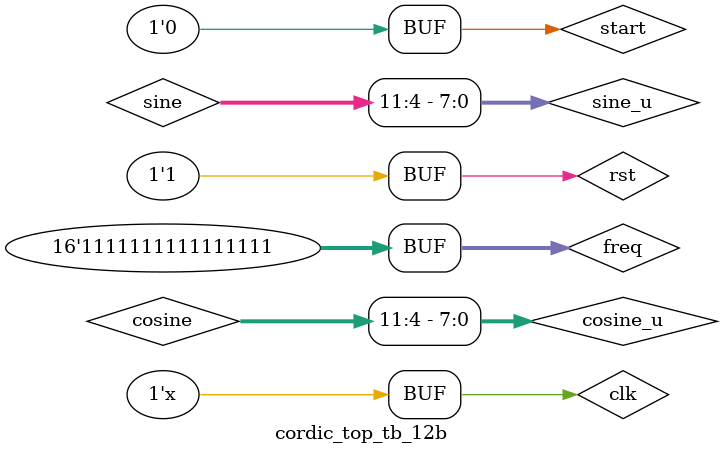
<source format=v>
`timescale 1ns / 1ps
module cordic_top_tb_12b ();

parameter width =12;
parameter CNT = 65536;
parameter freq_width = 16; 
      reg clk,rst,start;  
	  reg [freq_width-1:0] freq;
//    reg [width-1:0] x_start,y_start,angle;
//	wire  [width-1:0] sine;

	wire  [width-1:0] sine,cosine;
	wire [7:0] sine_u = sine[11:4];
	wire [7:0] cosine_u = cosine[11:4];
angle_cordic_12b#(.width(width), .CNT(CNT), .freq_width(freq_width))  angle_cordic_12b (
     .clock     (clk),
     .resetn     (rst),
	 .freq   (freq),
//	 .start    (start),
//	 .angle      (angle),
	 .SINout       (sine),
	 .COSout  (cosine));
     
      initial
        begin
		clk = 1'b0;
		rst = 1'b0;
		start = 1'b0;
		freq = 16'd65535;
	#(1000) rst= 1'b1;
	#(1000) start= 1'b1;
	#(100) start= 1'b0;
		end

     always #5 clk = ~clk;
endmodule
</source>
